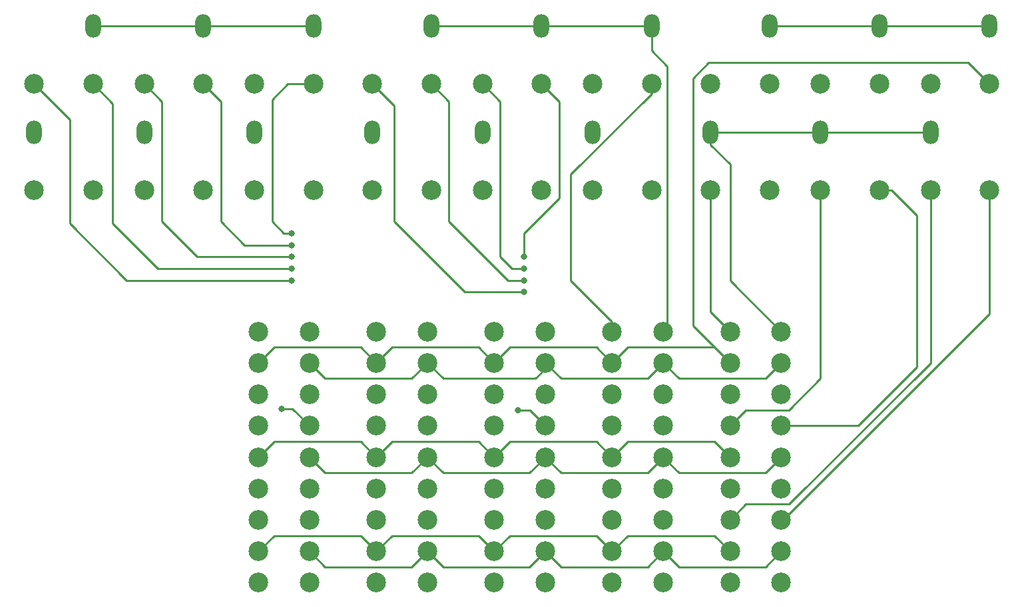
<source format=gbr>
%TF.GenerationSoftware,KiCad,Pcbnew,(6.0.7-1)-1*%
%TF.CreationDate,2023-02-08T12:42:39-08:00*%
%TF.ProjectId,RCASwitcher,52434153-7769-4746-9368-65722e6b6963,rev?*%
%TF.SameCoordinates,Original*%
%TF.FileFunction,Copper,L1,Top*%
%TF.FilePolarity,Positive*%
%FSLAX46Y46*%
G04 Gerber Fmt 4.6, Leading zero omitted, Abs format (unit mm)*
G04 Created by KiCad (PCBNEW (6.0.7-1)-1) date 2023-02-08 12:42:39*
%MOMM*%
%LPD*%
G01*
G04 APERTURE LIST*
%TA.AperFunction,ComponentPad*%
%ADD10C,2.500000*%
%TD*%
%TA.AperFunction,ComponentPad*%
%ADD11O,2.000000X3.000000*%
%TD*%
%TA.AperFunction,ViaPad*%
%ADD12C,0.800000*%
%TD*%
%TA.AperFunction,Conductor*%
%ADD13C,0.250000*%
%TD*%
G04 APERTURE END LIST*
D10*
%TO.P,SW3,1,A*%
%TO.N,unconnected-(SW3-Pad1)*%
X93750000Y-138000000D03*
%TO.P,SW3,2,OA*%
%TO.N,/Y_out*%
X93750000Y-134000000D03*
%TO.P,SW3,3,C*%
%TO.N,/Y_3*%
X93750000Y-130000000D03*
%TO.P,SW3,4,A*%
%TO.N,unconnected-(SW3-Pad4)*%
X93750000Y-126000000D03*
%TO.P,SW3,5,B*%
%TO.N,/Pb_out*%
X93750000Y-122000000D03*
%TO.P,SW3,6,C*%
%TO.N,/Pb_3*%
X93750000Y-118000000D03*
%TO.P,SW3,7,A*%
%TO.N,unconnected-(SW3-Pad7)*%
X93750000Y-114000000D03*
%TO.P,SW3,8,B*%
%TO.N,/Pr_out*%
X93750000Y-110000000D03*
%TO.P,SW3,9,C*%
%TO.N,/Pr_3*%
X93750000Y-106000000D03*
%TO.P,SW3,10,A*%
%TO.N,unconnected-(SW3-Pad10)*%
X100250000Y-138000000D03*
%TO.P,SW3,11,C*%
%TO.N,/L_out*%
X100250000Y-134000000D03*
%TO.P,SW3,12,C*%
%TO.N,/L_3*%
X100250000Y-130000000D03*
%TO.P,SW3,13,A*%
%TO.N,unconnected-(SW3-Pad13)*%
X100250000Y-126000000D03*
%TO.P,SW3,14,B*%
%TO.N,/R_out*%
X100250000Y-122000000D03*
%TO.P,SW3,15,C*%
%TO.N,/R_3*%
X100250000Y-118000000D03*
%TO.P,SW3,16,A*%
%TO.N,unconnected-(SW3-Pad16)*%
X100250000Y-114000000D03*
%TO.P,SW3,17,B*%
%TO.N,/GND_out*%
X100250000Y-110000000D03*
%TO.P,SW3,18,C*%
%TO.N,/GND_3*%
X100250000Y-106000000D03*
%TD*%
%TO.P,SW2,1,A*%
%TO.N,unconnected-(SW2-Pad1)*%
X78750000Y-138000000D03*
%TO.P,SW2,2,OA*%
%TO.N,/Y_out*%
X78750000Y-134000000D03*
%TO.P,SW2,3,C*%
%TO.N,/Y_2*%
X78750000Y-130000000D03*
%TO.P,SW2,4,A*%
%TO.N,unconnected-(SW2-Pad4)*%
X78750000Y-126000000D03*
%TO.P,SW2,5,B*%
%TO.N,/Pb_out*%
X78750000Y-122000000D03*
%TO.P,SW2,6,C*%
%TO.N,/Pb_2*%
X78750000Y-118000000D03*
%TO.P,SW2,7,A*%
%TO.N,unconnected-(SW2-Pad7)*%
X78750000Y-114000000D03*
%TO.P,SW2,8,B*%
%TO.N,/Pr_out*%
X78750000Y-110000000D03*
%TO.P,SW2,9,C*%
%TO.N,/Pr_2*%
X78750000Y-106000000D03*
%TO.P,SW2,10,A*%
%TO.N,unconnected-(SW2-Pad10)*%
X85250000Y-138000000D03*
%TO.P,SW2,11,C*%
%TO.N,/L_out*%
X85250000Y-134000000D03*
%TO.P,SW2,12,C*%
%TO.N,/L_2*%
X85250000Y-130000000D03*
%TO.P,SW2,13,A*%
%TO.N,unconnected-(SW2-Pad13)*%
X85250000Y-126000000D03*
%TO.P,SW2,14,B*%
%TO.N,/R_out*%
X85250000Y-122000000D03*
%TO.P,SW2,15,C*%
%TO.N,/R_2*%
X85250000Y-118000000D03*
%TO.P,SW2,16,A*%
%TO.N,unconnected-(SW2-Pad16)*%
X85250000Y-114000000D03*
%TO.P,SW2,17,B*%
%TO.N,/GND_out*%
X85250000Y-110000000D03*
%TO.P,SW2,18,C*%
%TO.N,/GND_2*%
X85250000Y-106000000D03*
%TD*%
%TO.P,J4,1,Y*%
%TO.N,/Y_4*%
X85750000Y-74500000D03*
%TO.P,J4,2,Pb*%
%TO.N,/Pb_4*%
X99750000Y-74500000D03*
%TO.P,J4,3,Pr*%
%TO.N,/Pr_4*%
X113750000Y-74500000D03*
%TO.P,J4,4,L*%
%TO.N,/L_4*%
X78250000Y-74500000D03*
%TO.P,J4,5,R*%
%TO.N,/R_4*%
X92250000Y-74500000D03*
%TO.P,J4,6,C*%
%TO.N,unconnected-(J4-Pad6)*%
X106250000Y-74500000D03*
D11*
%TO.P,J4,7,GND*%
%TO.N,/GND_4*%
X113750000Y-67100000D03*
%TO.P,J4,8,GND*%
X99750000Y-67100000D03*
%TO.P,J4,9,GND*%
X85750000Y-67100000D03*
%TD*%
D10*
%TO.P,SW4,1,A*%
%TO.N,unconnected-(SW4-Pad1)*%
X108750000Y-138000000D03*
%TO.P,SW4,2,OA*%
%TO.N,/Y_out*%
X108750000Y-134000000D03*
%TO.P,SW4,3,C*%
%TO.N,/Y_4*%
X108750000Y-130000000D03*
%TO.P,SW4,4,A*%
%TO.N,unconnected-(SW4-Pad4)*%
X108750000Y-126000000D03*
%TO.P,SW4,5,B*%
%TO.N,/Pb_out*%
X108750000Y-122000000D03*
%TO.P,SW4,6,C*%
%TO.N,/Pb_4*%
X108750000Y-118000000D03*
%TO.P,SW4,7,A*%
%TO.N,unconnected-(SW4-Pad7)*%
X108750000Y-114000000D03*
%TO.P,SW4,8,B*%
%TO.N,/Pr_out*%
X108750000Y-110000000D03*
%TO.P,SW4,9,C*%
%TO.N,/Pr_4*%
X108750000Y-106000000D03*
%TO.P,SW4,10,A*%
%TO.N,unconnected-(SW4-Pad10)*%
X115250000Y-138000000D03*
%TO.P,SW4,11,C*%
%TO.N,/L_out*%
X115250000Y-134000000D03*
%TO.P,SW4,12,C*%
%TO.N,/L_4*%
X115250000Y-130000000D03*
%TO.P,SW4,13,A*%
%TO.N,unconnected-(SW4-Pad13)*%
X115250000Y-126000000D03*
%TO.P,SW4,14,B*%
%TO.N,/R_out*%
X115250000Y-122000000D03*
%TO.P,SW4,15,C*%
%TO.N,/R_4*%
X115250000Y-118000000D03*
%TO.P,SW4,16,A*%
%TO.N,unconnected-(SW4-Pad16)*%
X115250000Y-114000000D03*
%TO.P,SW4,17,B*%
%TO.N,/GND_out*%
X115250000Y-110000000D03*
%TO.P,SW4,18,C*%
%TO.N,/GND_4*%
X115250000Y-106000000D03*
%TD*%
%TO.P,SW5,1,A*%
%TO.N,unconnected-(SW5-Pad1)*%
X123750000Y-138000000D03*
%TO.P,SW5,2,OA*%
%TO.N,/Y_out*%
X123750000Y-134000000D03*
%TO.P,SW5,3,C*%
%TO.N,/Y_5*%
X123750000Y-130000000D03*
%TO.P,SW5,4,A*%
%TO.N,unconnected-(SW5-Pad4)*%
X123750000Y-126000000D03*
%TO.P,SW5,5,B*%
%TO.N,/Pb_out*%
X123750000Y-122000000D03*
%TO.P,SW5,6,C*%
%TO.N,/Pb_5*%
X123750000Y-118000000D03*
%TO.P,SW5,7,A*%
%TO.N,unconnected-(SW5-Pad7)*%
X123750000Y-114000000D03*
%TO.P,SW5,8,B*%
%TO.N,/Pr_out*%
X123750000Y-110000000D03*
%TO.P,SW5,9,C*%
%TO.N,/Pr_5*%
X123750000Y-106000000D03*
%TO.P,SW5,10,A*%
%TO.N,unconnected-(SW5-Pad10)*%
X130250000Y-138000000D03*
%TO.P,SW5,11,C*%
%TO.N,/L_out*%
X130250000Y-134000000D03*
%TO.P,SW5,12,C*%
%TO.N,/L_5*%
X130250000Y-130000000D03*
%TO.P,SW5,13,A*%
%TO.N,unconnected-(SW5-Pad13)*%
X130250000Y-126000000D03*
%TO.P,SW5,14,B*%
%TO.N,/R_out*%
X130250000Y-122000000D03*
%TO.P,SW5,15,C*%
%TO.N,/R_5*%
X130250000Y-118000000D03*
%TO.P,SW5,16,A*%
%TO.N,unconnected-(SW5-Pad16)*%
X130250000Y-114000000D03*
%TO.P,SW5,17,B*%
%TO.N,/GND_out*%
X130250000Y-110000000D03*
%TO.P,SW5,18,C*%
%TO.N,/GND_5*%
X130250000Y-106000000D03*
%TD*%
%TO.P,J6,1,Y*%
%TO.N,/Y_out*%
X128750000Y-74500000D03*
%TO.P,J6,2,Pb*%
%TO.N,/Pb_out*%
X142750000Y-74500000D03*
%TO.P,J6,3,Pr*%
%TO.N,/Pr_out*%
X156750000Y-74500000D03*
%TO.P,J6,4,L*%
%TO.N,/L_out*%
X121250000Y-74500000D03*
%TO.P,J6,5,R*%
%TO.N,/R_out*%
X135250000Y-74500000D03*
%TO.P,J6,6,C*%
%TO.N,unconnected-(J6-Pad6)*%
X149250000Y-74500000D03*
D11*
%TO.P,J6,7,GND*%
%TO.N,/GND_out*%
X156750000Y-67100000D03*
%TO.P,J6,8,GND*%
X142750000Y-67100000D03*
%TO.P,J6,9,GND*%
X128750000Y-67100000D03*
%TD*%
D10*
%TO.P,SW1,1,A*%
%TO.N,unconnected-(SW1-Pad1)*%
X63750000Y-138000000D03*
%TO.P,SW1,2,OA*%
%TO.N,/Y_out*%
X63750000Y-134000000D03*
%TO.P,SW1,3,C*%
%TO.N,/Y_1*%
X63750000Y-130000000D03*
%TO.P,SW1,4,A*%
%TO.N,unconnected-(SW1-Pad4)*%
X63750000Y-126000000D03*
%TO.P,SW1,5,B*%
%TO.N,/Pb_out*%
X63750000Y-122000000D03*
%TO.P,SW1,6,C*%
%TO.N,/Pb_1*%
X63750000Y-118000000D03*
%TO.P,SW1,7,A*%
%TO.N,unconnected-(SW1-Pad7)*%
X63750000Y-114000000D03*
%TO.P,SW1,8,B*%
%TO.N,/Pr_out*%
X63750000Y-110000000D03*
%TO.P,SW1,9,C*%
%TO.N,/Pr_1*%
X63750000Y-106000000D03*
%TO.P,SW1,10,A*%
%TO.N,unconnected-(SW1-Pad10)*%
X70250000Y-138000000D03*
%TO.P,SW1,11,C*%
%TO.N,/L_out*%
X70250000Y-134000000D03*
%TO.P,SW1,12,C*%
%TO.N,/L_1*%
X70250000Y-130000000D03*
%TO.P,SW1,13,A*%
%TO.N,unconnected-(SW1-Pad13)*%
X70250000Y-126000000D03*
%TO.P,SW1,14,B*%
%TO.N,/R_out*%
X70250000Y-122000000D03*
%TO.P,SW1,15,C*%
%TO.N,/R_1*%
X70250000Y-118000000D03*
%TO.P,SW1,16,A*%
%TO.N,unconnected-(SW1-Pad16)*%
X70250000Y-114000000D03*
%TO.P,SW1,17,B*%
%TO.N,/GND_out*%
X70250000Y-110000000D03*
%TO.P,SW1,18,C*%
%TO.N,/GND_1*%
X70250000Y-106000000D03*
%TD*%
%TO.P,J2,1,Y*%
%TO.N,/Y_2*%
X42750000Y-74500000D03*
%TO.P,J2,2,Pb*%
%TO.N,/Pb_2*%
X56750000Y-74500000D03*
%TO.P,J2,3,Pr*%
%TO.N,/Pr_2*%
X70750000Y-74500000D03*
%TO.P,J2,4,L*%
%TO.N,/L_2*%
X35250000Y-74500000D03*
%TO.P,J2,5,R*%
%TO.N,/R_2*%
X49250000Y-74500000D03*
%TO.P,J2,6,C*%
%TO.N,unconnected-(J2-Pad6)*%
X63250000Y-74500000D03*
D11*
%TO.P,J2,7,GND*%
%TO.N,/GND_2*%
X70750000Y-67100000D03*
%TO.P,J2,8,GND*%
X56750000Y-67100000D03*
%TO.P,J2,9,GND*%
X42750000Y-67100000D03*
%TD*%
D10*
%TO.P,J3,1,Y*%
%TO.N,/Y_3*%
X106250000Y-88000000D03*
%TO.P,J3,2,Pb*%
%TO.N,/Pb_3*%
X92250000Y-88000000D03*
%TO.P,J3,3,Pr*%
%TO.N,/Pr_3*%
X78250000Y-88000000D03*
%TO.P,J3,4,L*%
%TO.N,/L_3*%
X113750000Y-88000000D03*
%TO.P,J3,5,R*%
%TO.N,/R_3*%
X99750000Y-88000000D03*
%TO.P,J3,6,C*%
%TO.N,unconnected-(J3-Pad6)*%
X85750000Y-88000000D03*
D11*
%TO.P,J3,7,GND*%
%TO.N,/GND_3*%
X78250000Y-80600000D03*
%TO.P,J3,8,GND*%
X92250000Y-80600000D03*
%TO.P,J3,9,GND*%
X106250000Y-80600000D03*
%TD*%
D10*
%TO.P,J5,1,Y*%
%TO.N,/Y_5*%
X149250000Y-88000000D03*
%TO.P,J5,2,Pb*%
%TO.N,/Pb_5*%
X135250000Y-88000000D03*
%TO.P,J5,3,Pr*%
%TO.N,/Pr_5*%
X121250000Y-88000000D03*
%TO.P,J5,4,L*%
%TO.N,/L_5*%
X156750000Y-88000000D03*
%TO.P,J5,5,R*%
%TO.N,/R_5*%
X142750000Y-88000000D03*
%TO.P,J5,6,C*%
%TO.N,unconnected-(J5-Pad6)*%
X128750000Y-88000000D03*
D11*
%TO.P,J5,7,GND*%
%TO.N,/GND_5*%
X121250000Y-80600000D03*
%TO.P,J5,8,GND*%
X135250000Y-80600000D03*
%TO.P,J5,9,GND*%
X149250000Y-80600000D03*
%TD*%
%TO.P,J1,9,GND*%
%TO.N,/GND_1*%
X63250000Y-80600000D03*
%TO.P,J1,8,GND*%
X49250000Y-80600000D03*
%TO.P,J1,7,GND*%
X35250000Y-80600000D03*
D10*
%TO.P,J1,6,C*%
%TO.N,unconnected-(J1-Pad6)*%
X42750000Y-88000000D03*
%TO.P,J1,5,R*%
%TO.N,/R_1*%
X56750000Y-88000000D03*
%TO.P,J1,4,L*%
%TO.N,/L_1*%
X70750000Y-88000000D03*
%TO.P,J1,3,Pr*%
%TO.N,/Pr_1*%
X35250000Y-88000000D03*
%TO.P,J1,2,Pb*%
%TO.N,/Pb_1*%
X49250000Y-88000000D03*
%TO.P,J1,1,Y*%
%TO.N,/Y_1*%
X63250000Y-88000000D03*
%TD*%
D12*
%TO.N,/R_1*%
X66720670Y-115824401D03*
%TO.N,/Y_2*%
X68000000Y-98000000D03*
%TO.N,/Pb_2*%
X68000000Y-95000000D03*
%TO.N,/Pr_2*%
X68000000Y-93500000D03*
%TO.N,/L_2*%
X68000000Y-99500000D03*
%TO.N,/R_2*%
X68000000Y-96500000D03*
%TO.N,/R_3*%
X96762299Y-116012299D03*
%TO.N,/Y_4*%
X97500000Y-99500000D03*
%TO.N,/Pb_4*%
X97500000Y-96500000D03*
%TO.N,/L_4*%
X97500000Y-101000000D03*
%TO.N,/R_4*%
X97500000Y-98000000D03*
%TD*%
D13*
%TO.N,/Pb_5*%
X125750000Y-116000000D02*
X123750000Y-118000000D01*
%TO.N,/Y_5*%
X149250000Y-88000000D02*
X149250000Y-110000000D01*
%TO.N,/GND_5*%
X149250000Y-80600000D02*
X121250000Y-80600000D01*
%TO.N,/Y_5*%
X149250000Y-110000000D02*
X131250000Y-128000000D01*
X131250000Y-128000000D02*
X125750000Y-128000000D01*
X125750000Y-128000000D02*
X123750000Y-130000000D01*
%TO.N,/Pb_5*%
X135250000Y-88000000D02*
X135250000Y-112000000D01*
X135250000Y-112000000D02*
X131250000Y-116000000D01*
X131250000Y-116000000D02*
X125750000Y-116000000D01*
%TO.N,/Pr_5*%
X121250000Y-103500000D02*
X123750000Y-106000000D01*
X121250000Y-88000000D02*
X121250000Y-103500000D01*
%TO.N,/L_5*%
X156750000Y-88000000D02*
X156750000Y-103750000D01*
X156750000Y-103750000D02*
X130500000Y-130000000D01*
X130500000Y-130000000D02*
X130250000Y-130000000D01*
%TO.N,/R_5*%
X142750000Y-88000000D02*
X144250000Y-88000000D01*
X144250000Y-88000000D02*
X147500000Y-91250000D01*
X147500000Y-91250000D02*
X147500000Y-110500000D01*
X147500000Y-110500000D02*
X140000000Y-118000000D01*
X140000000Y-118000000D02*
X130250000Y-118000000D01*
%TO.N,/GND_5*%
X121250000Y-80600000D02*
X121250000Y-82238551D01*
X121250000Y-82238551D02*
X123750000Y-84738551D01*
X123750000Y-84738551D02*
X123750000Y-99500000D01*
X123750000Y-99500000D02*
X130250000Y-106000000D01*
%TO.N,/R_1*%
X68074401Y-115824401D02*
X70250000Y-118000000D01*
X66720670Y-115824401D02*
X68074401Y-115824401D01*
%TO.N,/Y_2*%
X45250000Y-92250000D02*
X51000000Y-98000000D01*
X51000000Y-98000000D02*
X68000000Y-98000000D01*
X45250000Y-77000000D02*
X45250000Y-92250000D01*
X42750000Y-74500000D02*
X45250000Y-77000000D01*
%TO.N,/Pb_2*%
X59000000Y-76750000D02*
X59000000Y-92000000D01*
X56750000Y-74500000D02*
X59000000Y-76750000D01*
X62000000Y-95000000D02*
X68000000Y-95000000D01*
X59000000Y-92000000D02*
X62000000Y-95000000D01*
%TO.N,/Pr_2*%
X67500000Y-74500000D02*
X65500000Y-76500000D01*
X70750000Y-74500000D02*
X67500000Y-74500000D01*
X67000000Y-93500000D02*
X68000000Y-93500000D01*
X65500000Y-76500000D02*
X65500000Y-92000000D01*
X65500000Y-92000000D02*
X67000000Y-93500000D01*
%TO.N,/L_2*%
X39750000Y-79000000D02*
X39750000Y-92250000D01*
X39750000Y-92250000D02*
X47000000Y-99500000D01*
X47000000Y-99500000D02*
X68000000Y-99500000D01*
X35250000Y-74500000D02*
X39750000Y-79000000D01*
%TO.N,/R_2*%
X51500000Y-76750000D02*
X51500000Y-92000000D01*
X51500000Y-92000000D02*
X56000000Y-96500000D01*
X49250000Y-74500000D02*
X51500000Y-76750000D01*
X56000000Y-96500000D02*
X68000000Y-96500000D01*
%TO.N,/GND_2*%
X42750000Y-67100000D02*
X70750000Y-67100000D01*
%TO.N,/R_3*%
X96762299Y-116012299D02*
X98262299Y-116012299D01*
X98262299Y-116012299D02*
X100250000Y-118000000D01*
%TO.N,/Y_4*%
X88000000Y-76750000D02*
X85750000Y-74500000D01*
X95500000Y-99500000D02*
X88000000Y-92000000D01*
X88000000Y-92000000D02*
X88000000Y-76750000D01*
X97500000Y-99500000D02*
X95500000Y-99500000D01*
%TO.N,/Pb_4*%
X97500000Y-93500000D02*
X102000000Y-89000000D01*
X102000000Y-89000000D02*
X102000000Y-76750000D01*
X97500000Y-96500000D02*
X97500000Y-93500000D01*
X102000000Y-76750000D02*
X99750000Y-74500000D01*
%TO.N,/Pr_4*%
X103500000Y-99500000D02*
X103500000Y-86000000D01*
X103500000Y-86000000D02*
X113750000Y-75750000D01*
X108750000Y-106000000D02*
X108750000Y-104750000D01*
X108750000Y-104750000D02*
X103500000Y-99500000D01*
X113750000Y-75750000D02*
X113750000Y-74500000D01*
%TO.N,/L_4*%
X81000000Y-77250000D02*
X78250000Y-74500000D01*
X97500000Y-101000000D02*
X90000000Y-101000000D01*
X81000000Y-92000000D02*
X81000000Y-77250000D01*
X90000000Y-101000000D02*
X81000000Y-92000000D01*
%TO.N,/R_4*%
X96000000Y-98000000D02*
X94500000Y-96500000D01*
X97500000Y-98000000D02*
X96000000Y-98000000D01*
X94500000Y-96500000D02*
X94500000Y-76750000D01*
X94500000Y-76750000D02*
X92250000Y-74500000D01*
%TO.N,/GND_4*%
X85750000Y-67100000D02*
X113750000Y-67100000D01*
X113750000Y-70250000D02*
X115750000Y-72250000D01*
X115750000Y-105500000D02*
X115250000Y-106000000D01*
X115750000Y-72250000D02*
X115750000Y-105500000D01*
X113750000Y-67100000D02*
X113750000Y-70250000D01*
%TO.N,/Y_out*%
X93750000Y-134000000D02*
X95750000Y-132000000D01*
X108750000Y-134000000D02*
X110750000Y-132000000D01*
X110750000Y-132000000D02*
X121750000Y-132000000D01*
X78750000Y-134000000D02*
X80750000Y-132000000D01*
X65750000Y-132000000D02*
X76750000Y-132000000D01*
X95750000Y-132000000D02*
X106750000Y-132000000D01*
X121750000Y-132000000D02*
X123750000Y-134000000D01*
X80750000Y-132000000D02*
X91750000Y-132000000D01*
X106750000Y-132000000D02*
X108750000Y-134000000D01*
X91750000Y-132000000D02*
X93750000Y-134000000D01*
X63750000Y-134000000D02*
X65750000Y-132000000D01*
X76750000Y-132000000D02*
X78750000Y-134000000D01*
%TO.N,/Pb_out*%
X108750000Y-122000000D02*
X110750000Y-120000000D01*
X76750000Y-120000000D02*
X78750000Y-122000000D01*
X63750000Y-122000000D02*
X65750000Y-120000000D01*
X106750000Y-120000000D02*
X108750000Y-122000000D01*
X121750000Y-120000000D02*
X123750000Y-122000000D01*
X110750000Y-120000000D02*
X121750000Y-120000000D01*
X78750000Y-122000000D02*
X80750000Y-120000000D01*
X80750000Y-120000000D02*
X91750000Y-120000000D01*
X65750000Y-120000000D02*
X76750000Y-120000000D01*
X95750000Y-120000000D02*
X106750000Y-120000000D01*
X91750000Y-120000000D02*
X93750000Y-122000000D01*
X93750000Y-122000000D02*
X95750000Y-120000000D01*
%TO.N,/Pr_out*%
X80750000Y-108000000D02*
X91750000Y-108000000D01*
X63750000Y-110000000D02*
X65750000Y-108000000D01*
X65750000Y-108000000D02*
X76750000Y-108000000D01*
X78750000Y-110000000D02*
X80750000Y-108000000D01*
X121750000Y-108000000D02*
X123750000Y-110000000D01*
X106750000Y-108000000D02*
X108750000Y-110000000D01*
X93750000Y-110000000D02*
X95750000Y-108000000D01*
X110750000Y-108000000D02*
X121750000Y-108000000D01*
X91750000Y-108000000D02*
X93750000Y-110000000D01*
X121000000Y-71750000D02*
X119000000Y-73750000D01*
X156750000Y-74500000D02*
X154000000Y-71750000D01*
X154000000Y-71750000D02*
X121000000Y-71750000D01*
X76750000Y-108000000D02*
X78750000Y-110000000D01*
X119000000Y-73750000D02*
X119000000Y-105250000D01*
X106750000Y-108000000D02*
X95750000Y-108000000D01*
X108750000Y-110000000D02*
X110750000Y-108000000D01*
X119000000Y-105250000D02*
X123750000Y-110000000D01*
%TO.N,/L_out*%
X87250000Y-136000000D02*
X98250000Y-136000000D01*
X100250000Y-134000000D02*
X102250000Y-136000000D01*
X85250000Y-134000000D02*
X87250000Y-136000000D01*
X102250000Y-136000000D02*
X113250000Y-136000000D01*
X72250000Y-136000000D02*
X83250000Y-136000000D01*
X128250000Y-136000000D02*
X130250000Y-134000000D01*
X117250000Y-136000000D02*
X128250000Y-136000000D01*
X98250000Y-136000000D02*
X100250000Y-134000000D01*
X113250000Y-136000000D02*
X115250000Y-134000000D01*
X115250000Y-134000000D02*
X117250000Y-136000000D01*
X70250000Y-134000000D02*
X72250000Y-136000000D01*
X83250000Y-136000000D02*
X85250000Y-134000000D01*
%TO.N,/R_out*%
X70250000Y-122000000D02*
X72250000Y-124000000D01*
X102250000Y-124000000D02*
X113250000Y-124000000D01*
X72250000Y-124000000D02*
X83250000Y-124000000D01*
X98250000Y-124000000D02*
X100250000Y-122000000D01*
X85250000Y-122000000D02*
X87250000Y-124000000D01*
X117250000Y-124000000D02*
X128250000Y-124000000D01*
X87250000Y-124000000D02*
X98250000Y-124000000D01*
X113250000Y-124000000D02*
X115250000Y-122000000D01*
X83250000Y-124000000D02*
X85250000Y-122000000D01*
X100250000Y-122000000D02*
X102250000Y-124000000D01*
X115250000Y-122000000D02*
X117250000Y-124000000D01*
X128250000Y-124000000D02*
X130250000Y-122000000D01*
%TO.N,/GND_out*%
X128250000Y-112000000D02*
X130250000Y-110000000D01*
X100250000Y-110000000D02*
X102250000Y-112000000D01*
X85250000Y-110000000D02*
X87250000Y-112000000D01*
X72250000Y-112000000D02*
X83250000Y-112000000D01*
X87250000Y-112000000D02*
X99000000Y-112000000D01*
X99000000Y-112000000D02*
X100250000Y-110750000D01*
X70250000Y-110000000D02*
X72125000Y-111875000D01*
X128750000Y-67100000D02*
X156750000Y-67100000D01*
X117250000Y-112000000D02*
X128250000Y-112000000D01*
X83250000Y-112000000D02*
X85250000Y-110000000D01*
X100250000Y-110750000D02*
X100250000Y-110000000D01*
X72125000Y-111875000D02*
X72250000Y-112000000D01*
X102250000Y-112000000D02*
X113250000Y-112000000D01*
X113250000Y-112000000D02*
X115250000Y-110000000D01*
X115250000Y-110000000D02*
X117250000Y-112000000D01*
%TD*%
M02*

</source>
